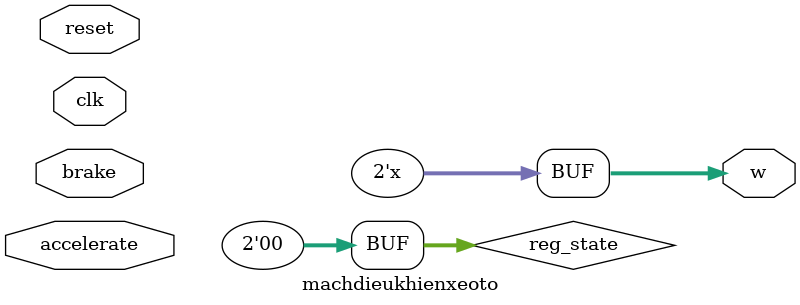
<source format=v>
module machdieukhienxeoto (
     input wire brake,accelerate,clk,reset,
     output reg [1:0] w
);
// sate
     reg [1:0] next_state, reg_state;
     localparam [1:0] stop = 2'b00 ,
                      slow = 2'b01 , 
                      medimu = 2'b10 , 
                      fast = 2'b11;
// next - state
      always @(posedge clk, posedge reset)
      if (reset)
           reg_state <= stop;
      else
           reg_state <= next_state;
// logic state  
       always @(accelerate or brake or next_state or reg_state)
       case (w)
            stop : begin
                   begin
                   if (accelerate) 
                        next_state <= slow;
                   else
                        next_state <= stop;
                   end
                   w = 2'b00;
                   end
             slow : begin
                    begin
                    if (brake)
                        next_state <= stop;
                    else begin
                        if (~accelerate)
                             next_state <= slow;
                        else
                             next_state <= medimu;
                         end
                     end
                   w = 2'b01;
                   end
             medimu : begin
                      begin
                      if (brake)
                        next_state <= slow;
                      else begin
                        if (~accelerate)
                             next_state <= medimu;
                         else
                             next_state <= fast;
                          end
                       end  
                   w = 2'b10;
                   end
             fast : begin
                    begin
                     if (brake) 
                         next_state <= medimu;
                     else 
                         next_state <= fast;
                     end
                   w = 2'b11;
                   end
             default:
                     reg_state <= stop;
             endcase
// output
endmodule   
                 
</source>
